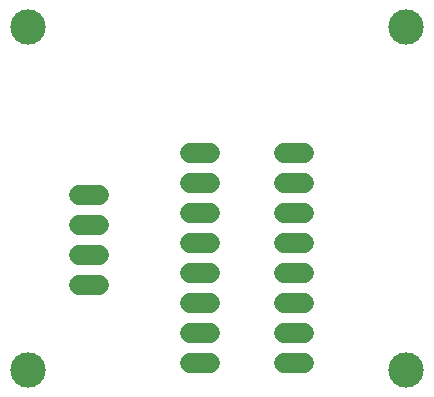
<source format=gbr>
G04 EAGLE Gerber RS-274X export*
G75*
%MOMM*%
%FSLAX34Y34*%
%LPD*%
%INSoldermask Bottom*%
%IPPOS*%
%AMOC8*
5,1,8,0,0,1.08239X$1,22.5*%
G01*
%ADD10C,3.000000*%
%ADD11C,1.724000*%


D10*
X30000Y320000D03*
X30000Y30000D03*
X350000Y320000D03*
X350000Y30000D03*
D11*
X90082Y101400D02*
X73318Y101400D01*
X73318Y126800D02*
X90082Y126800D01*
X90082Y152200D02*
X73318Y152200D01*
X73318Y177600D02*
X90082Y177600D01*
X167118Y213400D02*
X183882Y213400D01*
X183882Y188000D02*
X167118Y188000D01*
X167118Y162600D02*
X183882Y162600D01*
X183882Y137200D02*
X167118Y137200D01*
X167118Y111800D02*
X183882Y111800D01*
X183882Y86400D02*
X167118Y86400D01*
X167118Y61000D02*
X183882Y61000D01*
X183882Y35600D02*
X167118Y35600D01*
X246918Y35600D02*
X263682Y35600D01*
X263682Y61000D02*
X246918Y61000D01*
X246918Y86400D02*
X263682Y86400D01*
X263682Y111800D02*
X246918Y111800D01*
X246918Y137200D02*
X263682Y137200D01*
X263682Y162600D02*
X246918Y162600D01*
X246918Y188000D02*
X263682Y188000D01*
X263682Y213400D02*
X246918Y213400D01*
M02*

</source>
